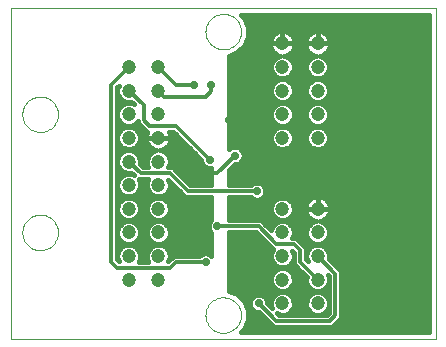
<source format=gtl>
G75*
G70*
%OFA0B0*%
%FSLAX24Y24*%
%IPPOS*%
%LPD*%
%AMOC8*
5,1,8,0,0,1.08239X$1,22.5*
%
%ADD10C,0.0000*%
%ADD11C,0.0472*%
%ADD12C,0.0160*%
%ADD13C,0.0290*%
%ADD14C,0.0120*%
%ADD15C,0.0240*%
D10*
X008003Y000181D02*
X008003Y011205D01*
X022176Y011205D01*
X022176Y000181D01*
X008003Y000181D01*
X008396Y003725D02*
X008398Y003773D01*
X008404Y003821D01*
X008414Y003868D01*
X008427Y003914D01*
X008445Y003959D01*
X008465Y004003D01*
X008490Y004045D01*
X008518Y004084D01*
X008548Y004121D01*
X008582Y004155D01*
X008619Y004187D01*
X008657Y004216D01*
X008698Y004241D01*
X008741Y004263D01*
X008786Y004281D01*
X008832Y004295D01*
X008879Y004306D01*
X008927Y004313D01*
X008975Y004316D01*
X009023Y004315D01*
X009071Y004310D01*
X009119Y004301D01*
X009165Y004289D01*
X009210Y004272D01*
X009254Y004252D01*
X009296Y004229D01*
X009336Y004202D01*
X009374Y004172D01*
X009409Y004139D01*
X009441Y004103D01*
X009471Y004065D01*
X009497Y004024D01*
X009519Y003981D01*
X009539Y003937D01*
X009554Y003892D01*
X009566Y003845D01*
X009574Y003797D01*
X009578Y003749D01*
X009578Y003701D01*
X009574Y003653D01*
X009566Y003605D01*
X009554Y003558D01*
X009539Y003513D01*
X009519Y003469D01*
X009497Y003426D01*
X009471Y003385D01*
X009441Y003347D01*
X009409Y003311D01*
X009374Y003278D01*
X009336Y003248D01*
X009296Y003221D01*
X009254Y003198D01*
X009210Y003178D01*
X009165Y003161D01*
X009119Y003149D01*
X009071Y003140D01*
X009023Y003135D01*
X008975Y003134D01*
X008927Y003137D01*
X008879Y003144D01*
X008832Y003155D01*
X008786Y003169D01*
X008741Y003187D01*
X008698Y003209D01*
X008657Y003234D01*
X008619Y003263D01*
X008582Y003295D01*
X008548Y003329D01*
X008518Y003366D01*
X008490Y003405D01*
X008465Y003447D01*
X008445Y003491D01*
X008427Y003536D01*
X008414Y003582D01*
X008404Y003629D01*
X008398Y003677D01*
X008396Y003725D01*
X008396Y007662D02*
X008398Y007710D01*
X008404Y007758D01*
X008414Y007805D01*
X008427Y007851D01*
X008445Y007896D01*
X008465Y007940D01*
X008490Y007982D01*
X008518Y008021D01*
X008548Y008058D01*
X008582Y008092D01*
X008619Y008124D01*
X008657Y008153D01*
X008698Y008178D01*
X008741Y008200D01*
X008786Y008218D01*
X008832Y008232D01*
X008879Y008243D01*
X008927Y008250D01*
X008975Y008253D01*
X009023Y008252D01*
X009071Y008247D01*
X009119Y008238D01*
X009165Y008226D01*
X009210Y008209D01*
X009254Y008189D01*
X009296Y008166D01*
X009336Y008139D01*
X009374Y008109D01*
X009409Y008076D01*
X009441Y008040D01*
X009471Y008002D01*
X009497Y007961D01*
X009519Y007918D01*
X009539Y007874D01*
X009554Y007829D01*
X009566Y007782D01*
X009574Y007734D01*
X009578Y007686D01*
X009578Y007638D01*
X009574Y007590D01*
X009566Y007542D01*
X009554Y007495D01*
X009539Y007450D01*
X009519Y007406D01*
X009497Y007363D01*
X009471Y007322D01*
X009441Y007284D01*
X009409Y007248D01*
X009374Y007215D01*
X009336Y007185D01*
X009296Y007158D01*
X009254Y007135D01*
X009210Y007115D01*
X009165Y007098D01*
X009119Y007086D01*
X009071Y007077D01*
X009023Y007072D01*
X008975Y007071D01*
X008927Y007074D01*
X008879Y007081D01*
X008832Y007092D01*
X008786Y007106D01*
X008741Y007124D01*
X008698Y007146D01*
X008657Y007171D01*
X008619Y007200D01*
X008582Y007232D01*
X008548Y007266D01*
X008518Y007303D01*
X008490Y007342D01*
X008465Y007384D01*
X008445Y007428D01*
X008427Y007473D01*
X008414Y007519D01*
X008404Y007566D01*
X008398Y007614D01*
X008396Y007662D01*
X014498Y010418D02*
X014500Y010466D01*
X014506Y010514D01*
X014516Y010561D01*
X014529Y010607D01*
X014547Y010652D01*
X014567Y010696D01*
X014592Y010738D01*
X014620Y010777D01*
X014650Y010814D01*
X014684Y010848D01*
X014721Y010880D01*
X014759Y010909D01*
X014800Y010934D01*
X014843Y010956D01*
X014888Y010974D01*
X014934Y010988D01*
X014981Y010999D01*
X015029Y011006D01*
X015077Y011009D01*
X015125Y011008D01*
X015173Y011003D01*
X015221Y010994D01*
X015267Y010982D01*
X015312Y010965D01*
X015356Y010945D01*
X015398Y010922D01*
X015438Y010895D01*
X015476Y010865D01*
X015511Y010832D01*
X015543Y010796D01*
X015573Y010758D01*
X015599Y010717D01*
X015621Y010674D01*
X015641Y010630D01*
X015656Y010585D01*
X015668Y010538D01*
X015676Y010490D01*
X015680Y010442D01*
X015680Y010394D01*
X015676Y010346D01*
X015668Y010298D01*
X015656Y010251D01*
X015641Y010206D01*
X015621Y010162D01*
X015599Y010119D01*
X015573Y010078D01*
X015543Y010040D01*
X015511Y010004D01*
X015476Y009971D01*
X015438Y009941D01*
X015398Y009914D01*
X015356Y009891D01*
X015312Y009871D01*
X015267Y009854D01*
X015221Y009842D01*
X015173Y009833D01*
X015125Y009828D01*
X015077Y009827D01*
X015029Y009830D01*
X014981Y009837D01*
X014934Y009848D01*
X014888Y009862D01*
X014843Y009880D01*
X014800Y009902D01*
X014759Y009927D01*
X014721Y009956D01*
X014684Y009988D01*
X014650Y010022D01*
X014620Y010059D01*
X014592Y010098D01*
X014567Y010140D01*
X014547Y010184D01*
X014529Y010229D01*
X014516Y010275D01*
X014506Y010322D01*
X014500Y010370D01*
X014498Y010418D01*
X014498Y000969D02*
X014500Y001017D01*
X014506Y001065D01*
X014516Y001112D01*
X014529Y001158D01*
X014547Y001203D01*
X014567Y001247D01*
X014592Y001289D01*
X014620Y001328D01*
X014650Y001365D01*
X014684Y001399D01*
X014721Y001431D01*
X014759Y001460D01*
X014800Y001485D01*
X014843Y001507D01*
X014888Y001525D01*
X014934Y001539D01*
X014981Y001550D01*
X015029Y001557D01*
X015077Y001560D01*
X015125Y001559D01*
X015173Y001554D01*
X015221Y001545D01*
X015267Y001533D01*
X015312Y001516D01*
X015356Y001496D01*
X015398Y001473D01*
X015438Y001446D01*
X015476Y001416D01*
X015511Y001383D01*
X015543Y001347D01*
X015573Y001309D01*
X015599Y001268D01*
X015621Y001225D01*
X015641Y001181D01*
X015656Y001136D01*
X015668Y001089D01*
X015676Y001041D01*
X015680Y000993D01*
X015680Y000945D01*
X015676Y000897D01*
X015668Y000849D01*
X015656Y000802D01*
X015641Y000757D01*
X015621Y000713D01*
X015599Y000670D01*
X015573Y000629D01*
X015543Y000591D01*
X015511Y000555D01*
X015476Y000522D01*
X015438Y000492D01*
X015398Y000465D01*
X015356Y000442D01*
X015312Y000422D01*
X015267Y000405D01*
X015221Y000393D01*
X015173Y000384D01*
X015125Y000379D01*
X015077Y000378D01*
X015029Y000381D01*
X014981Y000388D01*
X014934Y000399D01*
X014888Y000413D01*
X014843Y000431D01*
X014800Y000453D01*
X014759Y000478D01*
X014721Y000507D01*
X014684Y000539D01*
X014650Y000573D01*
X014620Y000610D01*
X014592Y000649D01*
X014567Y000691D01*
X014547Y000735D01*
X014529Y000780D01*
X014516Y000826D01*
X014506Y000873D01*
X014500Y000921D01*
X014498Y000969D01*
D11*
X012924Y002150D03*
X011940Y002150D03*
X011940Y002937D03*
X012924Y002937D03*
X012924Y003725D03*
X012924Y004512D03*
X011940Y004512D03*
X011940Y003725D03*
X011940Y005300D03*
X012924Y005300D03*
X012924Y006087D03*
X011940Y006087D03*
X011940Y006874D03*
X012924Y006874D03*
X012924Y007662D03*
X011940Y007662D03*
X011940Y008449D03*
X012924Y008449D03*
X012924Y009237D03*
X011940Y009237D03*
X017058Y009237D03*
X017058Y010024D03*
X018239Y010024D03*
X018239Y009237D03*
X018239Y008449D03*
X018239Y007662D03*
X018239Y006874D03*
X017058Y006874D03*
X017058Y007662D03*
X017058Y008449D03*
X017058Y004512D03*
X017058Y003725D03*
X017058Y002937D03*
X017058Y002150D03*
X017058Y001363D03*
X018239Y001363D03*
X018239Y002150D03*
X018239Y002937D03*
X018239Y003725D03*
X018239Y004512D03*
D12*
X018239Y004512D01*
X018655Y004512D01*
X018655Y004479D01*
X018645Y004415D01*
X018624Y004352D01*
X018595Y004294D01*
X018556Y004241D01*
X018510Y004195D01*
X018457Y004156D01*
X018399Y004126D01*
X018336Y004106D01*
X018303Y004101D01*
X018314Y004101D01*
X018452Y004044D01*
X018558Y003938D01*
X018615Y003800D01*
X018615Y003650D01*
X018558Y003512D01*
X018452Y003406D01*
X018314Y003349D01*
X018164Y003349D01*
X018026Y003406D01*
X017920Y003512D01*
X017863Y003650D01*
X017863Y003800D01*
X017920Y003938D01*
X018026Y004044D01*
X018164Y004101D01*
X018174Y004101D01*
X018141Y004106D01*
X018079Y004126D01*
X018021Y004156D01*
X017968Y004195D01*
X017921Y004241D01*
X017883Y004294D01*
X017853Y004352D01*
X017833Y004415D01*
X017823Y004479D01*
X017823Y004512D01*
X018238Y004512D01*
X018238Y004512D01*
X017823Y004512D01*
X017823Y004545D01*
X017833Y004610D01*
X017853Y004672D01*
X017883Y004730D01*
X017921Y004783D01*
X017968Y004830D01*
X018021Y004868D01*
X018079Y004898D01*
X018141Y004918D01*
X018206Y004928D01*
X018239Y004928D01*
X018239Y004513D01*
X018239Y004513D01*
X018239Y004928D01*
X018271Y004928D01*
X018336Y004918D01*
X018399Y004898D01*
X018457Y004868D01*
X018510Y004830D01*
X018556Y004783D01*
X018595Y004730D01*
X018624Y004672D01*
X018645Y004610D01*
X018655Y004545D01*
X018655Y004512D01*
X018239Y004512D01*
X018239Y004621D02*
X018239Y004621D01*
X018239Y004779D02*
X018239Y004779D01*
X018559Y004779D02*
X021946Y004779D01*
X021946Y004621D02*
X018641Y004621D01*
X018652Y004462D02*
X021946Y004462D01*
X021946Y004304D02*
X018600Y004304D01*
X018435Y004145D02*
X021946Y004145D01*
X021946Y003986D02*
X018509Y003986D01*
X018603Y003828D02*
X021946Y003828D01*
X021946Y003669D02*
X018615Y003669D01*
X018557Y003511D02*
X021946Y003511D01*
X021946Y003352D02*
X018323Y003352D01*
X018314Y003314D02*
X018164Y003314D01*
X018026Y003256D01*
X017920Y003150D01*
X017863Y003012D01*
X017863Y002862D01*
X017900Y002771D01*
X017848Y002823D01*
X017848Y003051D01*
X017848Y003217D01*
X017651Y003414D01*
X017534Y003531D01*
X017385Y003531D01*
X017434Y003650D01*
X017434Y003800D01*
X017377Y003938D01*
X017271Y004044D01*
X017132Y004101D01*
X016983Y004101D01*
X016845Y004044D01*
X016739Y003938D01*
X016681Y003800D01*
X016681Y003793D01*
X016470Y004004D01*
X016353Y004122D01*
X015286Y004122D01*
X015286Y004903D01*
X016008Y004903D01*
X016050Y004861D01*
X016154Y004818D01*
X016268Y004818D01*
X016373Y004861D01*
X016453Y004941D01*
X016496Y005046D01*
X016496Y005159D01*
X016453Y005264D01*
X016373Y005344D01*
X016268Y005388D01*
X016154Y005388D01*
X016050Y005344D01*
X016008Y005303D01*
X015286Y005303D01*
X015286Y005804D01*
X015481Y005999D01*
X015540Y005999D01*
X015644Y006042D01*
X015724Y006122D01*
X015768Y006227D01*
X015768Y006340D01*
X015724Y006445D01*
X015644Y006525D01*
X015540Y006569D01*
X015426Y006569D01*
X015321Y006525D01*
X015286Y006490D01*
X015286Y009611D01*
X015554Y009722D01*
X015785Y009953D01*
X015910Y010254D01*
X015910Y010581D01*
X015785Y010882D01*
X015692Y010975D01*
X021946Y010975D01*
X021946Y000411D01*
X015692Y000411D01*
X015785Y000504D01*
X015910Y000806D01*
X015910Y001132D01*
X015785Y001434D01*
X015554Y001664D01*
X015286Y001775D01*
X015286Y003722D01*
X016187Y003722D01*
X016749Y003160D01*
X016739Y003150D01*
X016681Y003012D01*
X016681Y002862D01*
X016739Y002724D01*
X016845Y002618D01*
X016983Y002561D01*
X017132Y002561D01*
X017271Y002618D01*
X017377Y002724D01*
X017434Y002862D01*
X017434Y003012D01*
X017396Y003104D01*
X017448Y003051D01*
X017448Y002658D01*
X017565Y002540D01*
X017868Y002238D01*
X017863Y002225D01*
X017863Y002075D01*
X017920Y001937D01*
X018026Y001831D01*
X018164Y001774D01*
X018314Y001774D01*
X018452Y001831D01*
X018558Y001937D01*
X018615Y002075D01*
X018615Y002225D01*
X018577Y002316D01*
X018629Y002264D01*
X018629Y001052D01*
X018550Y000972D01*
X016944Y000972D01*
X016891Y001024D01*
X016983Y000986D01*
X017132Y000986D01*
X017271Y001044D01*
X017377Y001149D01*
X017434Y001288D01*
X017434Y001437D01*
X017377Y001576D01*
X017271Y001681D01*
X017132Y001739D01*
X016983Y001739D01*
X016845Y001681D01*
X016739Y001576D01*
X016681Y001437D01*
X016681Y001288D01*
X016719Y001196D01*
X016555Y001360D01*
X016555Y001419D01*
X016512Y001524D01*
X016432Y001604D01*
X016327Y001647D01*
X016214Y001647D01*
X016109Y001604D01*
X016029Y001524D01*
X015985Y001419D01*
X015985Y001306D01*
X016029Y001201D01*
X016109Y001121D01*
X016214Y001078D01*
X016272Y001078D01*
X016778Y000572D01*
X016944Y000572D01*
X018715Y000572D01*
X018832Y000689D01*
X019029Y000886D01*
X019029Y001052D01*
X019029Y002430D01*
X018912Y002547D01*
X018609Y002849D01*
X018615Y002862D01*
X018615Y003012D01*
X018558Y003150D01*
X018452Y003256D01*
X018314Y003314D01*
X018155Y003352D02*
X017713Y003352D01*
X017848Y003194D02*
X017963Y003194D01*
X017872Y003035D02*
X017848Y003035D01*
X017848Y002877D02*
X017863Y002877D01*
X017448Y002877D02*
X017434Y002877D01*
X017424Y003035D02*
X017448Y003035D01*
X017448Y002718D02*
X017370Y002718D01*
X017546Y002560D02*
X015286Y002560D01*
X015286Y002718D02*
X016745Y002718D01*
X016681Y002877D02*
X015286Y002877D01*
X015286Y003035D02*
X016691Y003035D01*
X016715Y003194D02*
X015286Y003194D01*
X015286Y003352D02*
X016557Y003352D01*
X016398Y003511D02*
X015286Y003511D01*
X015286Y003669D02*
X016240Y003669D01*
X016488Y003986D02*
X016787Y003986D01*
X016693Y003828D02*
X016647Y003828D01*
X016845Y004193D02*
X016983Y004136D01*
X017132Y004136D01*
X017271Y004193D01*
X017377Y004299D01*
X017434Y004437D01*
X017434Y004587D01*
X017377Y004725D01*
X017271Y004831D01*
X017132Y004888D01*
X016983Y004888D01*
X016845Y004831D01*
X016739Y004725D01*
X016681Y004587D01*
X016681Y004437D01*
X016739Y004299D01*
X016845Y004193D01*
X016961Y004145D02*
X015286Y004145D01*
X015286Y004304D02*
X016737Y004304D01*
X016681Y004462D02*
X015286Y004462D01*
X015286Y004621D02*
X016695Y004621D01*
X016793Y004779D02*
X015286Y004779D01*
X014695Y004779D02*
X013189Y004779D01*
X013137Y004831D02*
X012999Y004888D01*
X012849Y004888D01*
X012711Y004831D01*
X012605Y004725D01*
X012548Y004587D01*
X012548Y004437D01*
X012605Y004299D01*
X012711Y004193D01*
X012849Y004136D01*
X012999Y004136D01*
X013137Y004193D01*
X013243Y004299D01*
X013300Y004437D01*
X013300Y004587D01*
X013243Y004725D01*
X013137Y004831D01*
X013033Y004938D02*
X013790Y004938D01*
X013825Y004903D02*
X013991Y004903D01*
X014695Y004903D01*
X014695Y004128D01*
X014651Y004083D01*
X014607Y003978D01*
X014607Y003865D01*
X014651Y003760D01*
X014695Y003715D01*
X014695Y002947D01*
X014660Y002982D01*
X014555Y003025D01*
X014442Y003025D01*
X014337Y002982D01*
X014296Y002940D01*
X013597Y002940D01*
X013431Y002940D01*
X013262Y002771D01*
X013300Y002862D01*
X013300Y003012D01*
X013243Y003150D01*
X013137Y003256D01*
X012999Y003314D01*
X012849Y003314D01*
X012711Y003256D01*
X012605Y003150D01*
X012548Y003012D01*
X012548Y002862D01*
X012597Y002744D01*
X012266Y002744D01*
X012316Y002862D01*
X012316Y003012D01*
X012258Y003150D01*
X012153Y003256D01*
X012014Y003314D01*
X011865Y003314D01*
X011726Y003256D01*
X011621Y003150D01*
X011563Y003012D01*
X011563Y002862D01*
X011601Y002771D01*
X011549Y002823D01*
X011549Y008563D01*
X011601Y008615D01*
X011563Y008524D01*
X011563Y008374D01*
X011621Y008236D01*
X011726Y008130D01*
X011865Y008073D01*
X012014Y008073D01*
X012027Y008078D01*
X012106Y008000D01*
X012014Y008038D01*
X011865Y008038D01*
X011726Y007981D01*
X011621Y007875D01*
X011563Y007737D01*
X011563Y007587D01*
X011621Y007449D01*
X011726Y007343D01*
X011865Y007286D01*
X012014Y007286D01*
X012153Y007343D01*
X012232Y007422D01*
X012232Y007382D01*
X012349Y007265D01*
X012546Y007068D01*
X012555Y007068D01*
X012538Y007034D01*
X012518Y006972D01*
X012508Y006907D01*
X012508Y006874D01*
X012508Y006842D01*
X012518Y006777D01*
X012538Y006715D01*
X012568Y006656D01*
X012606Y006603D01*
X012653Y006557D01*
X012706Y006518D01*
X012764Y006489D01*
X012826Y006468D01*
X012860Y006463D01*
X012849Y006463D01*
X012711Y006406D01*
X012605Y006300D01*
X012548Y006162D01*
X012548Y006012D01*
X012597Y005893D01*
X012416Y005893D01*
X012310Y005999D01*
X012316Y006012D01*
X012316Y006162D01*
X012258Y006300D01*
X012153Y006406D01*
X012014Y006463D01*
X011865Y006463D01*
X011726Y006406D01*
X011621Y006300D01*
X011563Y006162D01*
X011563Y006012D01*
X011621Y005874D01*
X011726Y005768D01*
X011865Y005711D01*
X012014Y005711D01*
X012027Y005716D01*
X012106Y005638D01*
X012014Y005676D01*
X011865Y005676D01*
X011726Y005618D01*
X011621Y005513D01*
X011563Y005374D01*
X011563Y005225D01*
X011621Y005086D01*
X011726Y004981D01*
X011865Y004923D01*
X012014Y004923D01*
X012153Y004981D01*
X012258Y005086D01*
X012316Y005225D01*
X012316Y005374D01*
X012266Y005493D01*
X012416Y005493D01*
X012597Y005493D01*
X012548Y005374D01*
X012548Y005225D01*
X012605Y005086D01*
X012711Y004981D01*
X012849Y004923D01*
X012999Y004923D01*
X013137Y004981D01*
X013243Y005086D01*
X013300Y005225D01*
X013300Y005374D01*
X013262Y005466D01*
X013825Y004903D01*
X013632Y005096D02*
X013247Y005096D01*
X013300Y005255D02*
X013473Y005255D01*
X013314Y005413D02*
X013284Y005413D01*
X013563Y005730D02*
X014695Y005730D01*
X014693Y005861D02*
X014695Y005862D01*
X014695Y005303D01*
X013991Y005303D01*
X013517Y005776D01*
X013400Y005893D01*
X013251Y005893D01*
X013300Y006012D01*
X013300Y006162D01*
X013243Y006300D01*
X013137Y006406D01*
X012999Y006463D01*
X012988Y006463D01*
X013021Y006468D01*
X013084Y006489D01*
X013142Y006518D01*
X013195Y006557D01*
X013241Y006603D01*
X013280Y006656D01*
X013309Y006715D01*
X013330Y006777D01*
X013340Y006842D01*
X013340Y006874D01*
X012924Y006874D01*
X012924Y006874D01*
X013340Y006874D01*
X013340Y006907D01*
X013330Y006972D01*
X013309Y007034D01*
X013292Y007068D01*
X013431Y007068D01*
X014351Y006148D01*
X014351Y006089D01*
X014395Y005985D01*
X014475Y005904D01*
X014580Y005861D01*
X014693Y005861D01*
X014512Y005889D02*
X013405Y005889D01*
X013517Y005776D02*
X013517Y005776D01*
X013722Y005572D02*
X014695Y005572D01*
X014695Y005413D02*
X013880Y005413D01*
X014369Y006048D02*
X013300Y006048D01*
X013282Y006206D02*
X014293Y006206D01*
X014135Y006365D02*
X013178Y006365D01*
X013149Y006523D02*
X013976Y006523D01*
X013818Y006682D02*
X013293Y006682D01*
X013340Y006840D02*
X013659Y006840D01*
X013501Y006999D02*
X013321Y006999D01*
X012923Y006874D02*
X012923Y006874D01*
X012508Y006874D01*
X012923Y006874D01*
X012555Y006682D02*
X012267Y006682D01*
X012258Y006661D02*
X012316Y006799D01*
X012316Y006949D01*
X012258Y007087D01*
X012153Y007193D01*
X012014Y007251D01*
X011865Y007251D01*
X011726Y007193D01*
X011621Y007087D01*
X011563Y006949D01*
X011563Y006799D01*
X011621Y006661D01*
X011726Y006555D01*
X011865Y006498D01*
X012014Y006498D01*
X012153Y006555D01*
X012258Y006661D01*
X012316Y006840D02*
X012508Y006840D01*
X012527Y006999D02*
X012295Y006999D01*
X012189Y007157D02*
X012456Y007157D01*
X012298Y007316D02*
X012088Y007316D01*
X011791Y007316D02*
X011549Y007316D01*
X011549Y007474D02*
X011610Y007474D01*
X011563Y007633D02*
X011549Y007633D01*
X011549Y007791D02*
X011586Y007791D01*
X011549Y007950D02*
X011696Y007950D01*
X011779Y008109D02*
X011549Y008109D01*
X011549Y008267D02*
X011608Y008267D01*
X011563Y008426D02*
X011549Y008426D01*
X011570Y008584D02*
X011588Y008584D01*
X011549Y007157D02*
X011691Y007157D01*
X011584Y006999D02*
X011549Y006999D01*
X011549Y006840D02*
X011563Y006840D01*
X011549Y006682D02*
X011612Y006682D01*
X011549Y006523D02*
X011804Y006523D01*
X011685Y006365D02*
X011549Y006365D01*
X011549Y006206D02*
X011582Y006206D01*
X011563Y006048D02*
X011549Y006048D01*
X011549Y005889D02*
X011614Y005889D01*
X011549Y005730D02*
X011817Y005730D01*
X011680Y005572D02*
X011549Y005572D01*
X011549Y005413D02*
X011579Y005413D01*
X011563Y005255D02*
X011549Y005255D01*
X011549Y005096D02*
X011616Y005096D01*
X011549Y004938D02*
X011830Y004938D01*
X011865Y004888D02*
X011726Y004831D01*
X011621Y004725D01*
X011563Y004587D01*
X011563Y004437D01*
X011621Y004299D01*
X011726Y004193D01*
X011865Y004136D01*
X012014Y004136D01*
X012153Y004193D01*
X012258Y004299D01*
X012316Y004437D01*
X012316Y004587D01*
X012258Y004725D01*
X012153Y004831D01*
X012014Y004888D01*
X011865Y004888D01*
X012049Y004938D02*
X012814Y004938D01*
X012659Y004779D02*
X012204Y004779D01*
X012302Y004621D02*
X012562Y004621D01*
X012548Y004462D02*
X012316Y004462D01*
X012260Y004304D02*
X012603Y004304D01*
X012827Y004145D02*
X012036Y004145D01*
X012014Y004101D02*
X011865Y004101D01*
X011726Y004044D01*
X011621Y003938D01*
X011563Y003800D01*
X011563Y003650D01*
X011621Y003512D01*
X011726Y003406D01*
X011865Y003349D01*
X012014Y003349D01*
X012153Y003406D01*
X012258Y003512D01*
X012316Y003650D01*
X012316Y003800D01*
X012258Y003938D01*
X012153Y004044D01*
X012014Y004101D01*
X011843Y004145D02*
X011549Y004145D01*
X011549Y003986D02*
X011669Y003986D01*
X011575Y003828D02*
X011549Y003828D01*
X011549Y003669D02*
X011563Y003669D01*
X011549Y003511D02*
X011621Y003511D01*
X011549Y003352D02*
X011856Y003352D01*
X012023Y003352D02*
X012840Y003352D01*
X012849Y003349D02*
X012999Y003349D01*
X013137Y003406D01*
X013243Y003512D01*
X013300Y003650D01*
X013300Y003800D01*
X013243Y003938D01*
X013137Y004044D01*
X012999Y004101D01*
X012849Y004101D01*
X012711Y004044D01*
X012605Y003938D01*
X012548Y003800D01*
X012548Y003650D01*
X012605Y003512D01*
X012711Y003406D01*
X012849Y003349D01*
X013008Y003352D02*
X014695Y003352D01*
X014695Y003194D02*
X013199Y003194D01*
X013290Y003035D02*
X014695Y003035D01*
X014695Y003511D02*
X013242Y003511D01*
X013300Y003669D02*
X014695Y003669D01*
X014623Y003828D02*
X013288Y003828D01*
X013194Y003986D02*
X014611Y003986D01*
X014695Y004145D02*
X013021Y004145D01*
X013245Y004304D02*
X014695Y004304D01*
X014695Y004462D02*
X013300Y004462D01*
X013286Y004621D02*
X014695Y004621D01*
X015286Y005413D02*
X021946Y005413D01*
X021946Y005255D02*
X016457Y005255D01*
X016496Y005096D02*
X021946Y005096D01*
X021946Y004938D02*
X016449Y004938D01*
X017323Y004779D02*
X017918Y004779D01*
X017836Y004621D02*
X017420Y004621D01*
X017434Y004462D02*
X017825Y004462D01*
X017878Y004304D02*
X017378Y004304D01*
X017154Y004145D02*
X018042Y004145D01*
X017968Y003986D02*
X017328Y003986D01*
X017422Y003828D02*
X017874Y003828D01*
X017863Y003669D02*
X017434Y003669D01*
X017554Y003511D02*
X017921Y003511D01*
X018514Y003194D02*
X021946Y003194D01*
X021946Y003035D02*
X018605Y003035D01*
X018615Y002877D02*
X021946Y002877D01*
X021946Y002718D02*
X018741Y002718D01*
X018899Y002560D02*
X021946Y002560D01*
X021946Y002401D02*
X019029Y002401D01*
X019029Y002242D02*
X021946Y002242D01*
X021946Y002084D02*
X019029Y002084D01*
X019029Y001925D02*
X021946Y001925D01*
X021946Y001767D02*
X019029Y001767D01*
X019029Y001608D02*
X021946Y001608D01*
X021946Y001450D02*
X019029Y001450D01*
X019029Y001291D02*
X021946Y001291D01*
X021946Y001133D02*
X019029Y001133D01*
X019029Y000974D02*
X021946Y000974D01*
X021946Y000816D02*
X018959Y000816D01*
X018800Y000657D02*
X021946Y000657D01*
X021946Y000499D02*
X015779Y000499D01*
X015848Y000657D02*
X016693Y000657D01*
X016534Y000816D02*
X015910Y000816D01*
X015910Y000974D02*
X016376Y000974D01*
X016624Y001291D02*
X016681Y001291D01*
X016687Y001450D02*
X016543Y001450D01*
X016421Y001608D02*
X016771Y001608D01*
X016845Y001831D02*
X016983Y001774D01*
X017132Y001774D01*
X017271Y001831D01*
X017377Y001937D01*
X017434Y002075D01*
X017434Y002225D01*
X017377Y002363D01*
X017271Y002469D01*
X017132Y002526D01*
X016983Y002526D01*
X016845Y002469D01*
X016739Y002363D01*
X016681Y002225D01*
X016681Y002075D01*
X016739Y001937D01*
X016845Y001831D01*
X016750Y001925D02*
X015286Y001925D01*
X015286Y002084D02*
X016681Y002084D01*
X016689Y002242D02*
X015286Y002242D01*
X015286Y002401D02*
X016777Y002401D01*
X017339Y002401D02*
X017705Y002401D01*
X017863Y002242D02*
X017426Y002242D01*
X017434Y002084D02*
X017863Y002084D01*
X017931Y001925D02*
X017365Y001925D01*
X017344Y001608D02*
X017953Y001608D01*
X017920Y001576D02*
X017863Y001437D01*
X017863Y001288D01*
X017920Y001149D01*
X018026Y001044D01*
X018164Y000986D01*
X018314Y000986D01*
X018452Y001044D01*
X018558Y001149D01*
X018615Y001288D01*
X018615Y001437D01*
X018558Y001576D01*
X018452Y001681D01*
X018314Y001739D01*
X018164Y001739D01*
X018026Y001681D01*
X017920Y001576D01*
X017868Y001450D02*
X017429Y001450D01*
X017434Y001291D02*
X017863Y001291D01*
X017937Y001133D02*
X017360Y001133D01*
X016941Y000974D02*
X018552Y000974D01*
X018541Y001133D02*
X018629Y001133D01*
X018615Y001291D02*
X018629Y001291D01*
X018629Y001450D02*
X018610Y001450D01*
X018629Y001608D02*
X018525Y001608D01*
X018629Y001767D02*
X015307Y001767D01*
X015610Y001608D02*
X016119Y001608D01*
X015998Y001450D02*
X015769Y001450D01*
X015844Y001291D02*
X015991Y001291D01*
X015909Y001133D02*
X016097Y001133D01*
X018546Y001925D02*
X018629Y001925D01*
X018615Y002084D02*
X018629Y002084D01*
X018629Y002242D02*
X018608Y002242D01*
X015286Y005572D02*
X021946Y005572D01*
X021946Y005730D02*
X015286Y005730D01*
X015371Y005889D02*
X021946Y005889D01*
X021946Y006048D02*
X015650Y006048D01*
X015759Y006206D02*
X021946Y006206D01*
X021946Y006365D02*
X015758Y006365D01*
X015646Y006523D02*
X016922Y006523D01*
X016983Y006498D02*
X017132Y006498D01*
X017271Y006555D01*
X017377Y006661D01*
X017434Y006799D01*
X017434Y006949D01*
X017377Y007087D01*
X017271Y007193D01*
X017132Y007251D01*
X016983Y007251D01*
X016845Y007193D01*
X016739Y007087D01*
X016681Y006949D01*
X016681Y006799D01*
X016739Y006661D01*
X016845Y006555D01*
X016983Y006498D01*
X017193Y006523D02*
X018103Y006523D01*
X018164Y006498D02*
X018026Y006555D01*
X017920Y006661D01*
X017863Y006799D01*
X017863Y006949D01*
X017920Y007087D01*
X018026Y007193D01*
X018164Y007251D01*
X018314Y007251D01*
X018452Y007193D01*
X018558Y007087D01*
X018615Y006949D01*
X018615Y006799D01*
X018558Y006661D01*
X018452Y006555D01*
X018314Y006498D01*
X018164Y006498D01*
X018374Y006523D02*
X021946Y006523D01*
X021946Y006682D02*
X018566Y006682D01*
X018615Y006840D02*
X021946Y006840D01*
X021946Y006999D02*
X018594Y006999D01*
X018488Y007157D02*
X021946Y007157D01*
X021946Y007316D02*
X018387Y007316D01*
X018452Y007343D02*
X018558Y007449D01*
X018615Y007587D01*
X018615Y007737D01*
X018558Y007875D01*
X018452Y007981D01*
X018314Y008038D01*
X018164Y008038D01*
X018026Y007981D01*
X017920Y007875D01*
X017863Y007737D01*
X017863Y007587D01*
X017920Y007449D01*
X018026Y007343D01*
X018164Y007286D01*
X018314Y007286D01*
X018452Y007343D01*
X018568Y007474D02*
X021946Y007474D01*
X021946Y007633D02*
X018615Y007633D01*
X018592Y007791D02*
X021946Y007791D01*
X021946Y007950D02*
X018482Y007950D01*
X018400Y008109D02*
X021946Y008109D01*
X021946Y008267D02*
X018571Y008267D01*
X018558Y008236D02*
X018615Y008374D01*
X018615Y008524D01*
X018558Y008662D01*
X018452Y008768D01*
X018314Y008825D01*
X018164Y008825D01*
X018026Y008768D01*
X017920Y008662D01*
X017863Y008524D01*
X017863Y008374D01*
X017920Y008236D01*
X018026Y008130D01*
X018164Y008073D01*
X018314Y008073D01*
X018452Y008130D01*
X018558Y008236D01*
X018615Y008426D02*
X021946Y008426D01*
X021946Y008584D02*
X018590Y008584D01*
X018477Y008743D02*
X021946Y008743D01*
X021946Y008901D02*
X018412Y008901D01*
X018452Y008918D02*
X018558Y009023D01*
X018615Y009162D01*
X018615Y009311D01*
X018558Y009450D01*
X018452Y009555D01*
X018314Y009613D01*
X018303Y009613D01*
X018336Y009618D01*
X018399Y009638D01*
X018457Y009668D01*
X018510Y009706D01*
X018556Y009753D01*
X018595Y009806D01*
X018624Y009864D01*
X018645Y009926D01*
X018655Y009991D01*
X018655Y010024D01*
X018655Y010057D01*
X018645Y010121D01*
X018624Y010184D01*
X018595Y010242D01*
X018556Y010295D01*
X018510Y010341D01*
X018457Y010380D01*
X018399Y010410D01*
X018336Y010430D01*
X018271Y010440D01*
X018239Y010440D01*
X018239Y010024D01*
X018655Y010024D01*
X018239Y010024D01*
X018239Y010024D01*
X018239Y010024D01*
X018239Y010440D01*
X018206Y010440D01*
X018141Y010430D01*
X018079Y010410D01*
X018021Y010380D01*
X017968Y010341D01*
X017921Y010295D01*
X017883Y010242D01*
X017853Y010184D01*
X017833Y010121D01*
X017823Y010057D01*
X017823Y010024D01*
X018238Y010024D01*
X018238Y010024D01*
X017823Y010024D01*
X017823Y009991D01*
X017833Y009926D01*
X017853Y009864D01*
X017883Y009806D01*
X017921Y009753D01*
X017968Y009706D01*
X018021Y009668D01*
X018079Y009638D01*
X018141Y009618D01*
X018175Y009613D01*
X018164Y009613D01*
X018026Y009555D01*
X017920Y009450D01*
X017863Y009311D01*
X017863Y009162D01*
X017920Y009023D01*
X018026Y008918D01*
X018164Y008860D01*
X018314Y008860D01*
X018452Y008918D01*
X018573Y009060D02*
X021946Y009060D01*
X021946Y009218D02*
X018615Y009218D01*
X018588Y009377D02*
X021946Y009377D01*
X021946Y009535D02*
X018472Y009535D01*
X018493Y009694D02*
X021946Y009694D01*
X021946Y009853D02*
X018619Y009853D01*
X018655Y010011D02*
X021946Y010011D01*
X021946Y010170D02*
X018629Y010170D01*
X018523Y010328D02*
X021946Y010328D01*
X021946Y010487D02*
X015910Y010487D01*
X015910Y010328D02*
X016773Y010328D01*
X016786Y010341D02*
X016740Y010295D01*
X016702Y010242D01*
X016672Y010184D01*
X016652Y010121D01*
X016641Y010057D01*
X016641Y010024D01*
X017057Y010024D01*
X017057Y010024D01*
X016641Y010024D01*
X016641Y009991D01*
X016652Y009926D01*
X016672Y009864D01*
X016702Y009806D01*
X016740Y009753D01*
X016786Y009706D01*
X016839Y009668D01*
X016898Y009638D01*
X016960Y009618D01*
X016993Y009613D01*
X016983Y009613D01*
X016845Y009555D01*
X016739Y009450D01*
X016681Y009311D01*
X016681Y009162D01*
X016739Y009023D01*
X016845Y008918D01*
X016983Y008860D01*
X017132Y008860D01*
X017271Y008918D01*
X017377Y009023D01*
X017434Y009162D01*
X017434Y009311D01*
X017377Y009450D01*
X017271Y009555D01*
X017132Y009613D01*
X017122Y009613D01*
X017155Y009618D01*
X017217Y009638D01*
X017276Y009668D01*
X017329Y009706D01*
X017375Y009753D01*
X017414Y009806D01*
X017443Y009864D01*
X017464Y009926D01*
X017474Y009991D01*
X017474Y010024D01*
X017474Y010057D01*
X017464Y010121D01*
X017443Y010184D01*
X017414Y010242D01*
X017375Y010295D01*
X017329Y010341D01*
X017276Y010380D01*
X017217Y010410D01*
X017155Y010430D01*
X017090Y010440D01*
X017058Y010440D01*
X017058Y010024D01*
X017474Y010024D01*
X017058Y010024D01*
X017058Y010024D01*
X017057Y010024D01*
X017057Y010440D01*
X017025Y010440D01*
X016960Y010430D01*
X016898Y010410D01*
X016839Y010380D01*
X016786Y010341D01*
X016667Y010170D02*
X015875Y010170D01*
X015809Y010011D02*
X016641Y010011D01*
X016678Y009853D02*
X015684Y009853D01*
X015486Y009694D02*
X016804Y009694D01*
X016825Y009535D02*
X015286Y009535D01*
X015286Y009377D02*
X016709Y009377D01*
X016681Y009218D02*
X015286Y009218D01*
X015286Y009060D02*
X016724Y009060D01*
X016884Y008901D02*
X015286Y008901D01*
X015286Y008743D02*
X016819Y008743D01*
X016845Y008768D02*
X016739Y008662D01*
X016681Y008524D01*
X016681Y008374D01*
X016739Y008236D01*
X016845Y008130D01*
X016983Y008073D01*
X017132Y008073D01*
X017271Y008130D01*
X017377Y008236D01*
X017434Y008374D01*
X017434Y008524D01*
X017377Y008662D01*
X017271Y008768D01*
X017132Y008825D01*
X016983Y008825D01*
X016845Y008768D01*
X016706Y008584D02*
X015286Y008584D01*
X015286Y008426D02*
X016681Y008426D01*
X016726Y008267D02*
X015286Y008267D01*
X015286Y008109D02*
X016897Y008109D01*
X016983Y008038D02*
X016845Y007981D01*
X016739Y007875D01*
X016681Y007737D01*
X016681Y007587D01*
X016739Y007449D01*
X016845Y007343D01*
X016983Y007286D01*
X017132Y007286D01*
X017271Y007343D01*
X017377Y007449D01*
X017434Y007587D01*
X017434Y007737D01*
X017377Y007875D01*
X017271Y007981D01*
X017132Y008038D01*
X016983Y008038D01*
X016814Y007950D02*
X015286Y007950D01*
X015286Y007791D02*
X016704Y007791D01*
X016681Y007633D02*
X015286Y007633D01*
X015286Y007474D02*
X016728Y007474D01*
X016909Y007316D02*
X015286Y007316D01*
X015286Y007157D02*
X016809Y007157D01*
X016702Y006999D02*
X015286Y006999D01*
X015286Y006840D02*
X016681Y006840D01*
X016730Y006682D02*
X015286Y006682D01*
X015286Y006523D02*
X015319Y006523D01*
X017206Y007316D02*
X018091Y007316D01*
X017990Y007157D02*
X017307Y007157D01*
X017413Y006999D02*
X017883Y006999D01*
X017863Y006840D02*
X017434Y006840D01*
X017385Y006682D02*
X017911Y006682D01*
X017909Y007474D02*
X017387Y007474D01*
X017434Y007633D02*
X017863Y007633D01*
X017885Y007791D02*
X017411Y007791D01*
X017301Y007950D02*
X017995Y007950D01*
X018078Y008109D02*
X017219Y008109D01*
X017389Y008267D02*
X017907Y008267D01*
X017863Y008426D02*
X017434Y008426D01*
X017409Y008584D02*
X017888Y008584D01*
X018000Y008743D02*
X017296Y008743D01*
X017231Y008901D02*
X018065Y008901D01*
X017905Y009060D02*
X017392Y009060D01*
X017434Y009218D02*
X017863Y009218D01*
X017890Y009377D02*
X017407Y009377D01*
X017291Y009535D02*
X018006Y009535D01*
X017985Y009694D02*
X017312Y009694D01*
X017437Y009853D02*
X017859Y009853D01*
X017823Y010011D02*
X017474Y010011D01*
X017448Y010170D02*
X017848Y010170D01*
X017954Y010328D02*
X017342Y010328D01*
X017058Y010328D02*
X017057Y010328D01*
X017057Y010170D02*
X017058Y010170D01*
X018239Y010170D02*
X018239Y010170D01*
X018239Y010328D02*
X018239Y010328D01*
X015883Y010645D02*
X021946Y010645D01*
X021946Y010804D02*
X015817Y010804D01*
X015705Y010962D02*
X021946Y010962D01*
X012699Y006523D02*
X012075Y006523D01*
X012194Y006365D02*
X012669Y006365D01*
X012566Y006206D02*
X012297Y006206D01*
X012316Y006048D02*
X012548Y006048D01*
X012564Y005413D02*
X012300Y005413D01*
X012316Y005255D02*
X012548Y005255D01*
X012601Y005096D02*
X012262Y005096D01*
X011675Y004779D02*
X011549Y004779D01*
X011549Y004621D02*
X011577Y004621D01*
X011563Y004462D02*
X011549Y004462D01*
X011549Y004304D02*
X011619Y004304D01*
X012210Y003986D02*
X012654Y003986D01*
X012559Y003828D02*
X012304Y003828D01*
X012316Y003669D02*
X012548Y003669D01*
X012606Y003511D02*
X012258Y003511D01*
X012215Y003194D02*
X012648Y003194D01*
X012557Y003035D02*
X012306Y003035D01*
X012316Y002877D02*
X012548Y002877D01*
X013300Y002877D02*
X013368Y002877D01*
X011664Y003194D02*
X011549Y003194D01*
X011549Y003035D02*
X011573Y003035D01*
X011563Y002877D02*
X011549Y002877D01*
D13*
X013908Y003803D03*
X014892Y003922D03*
X016211Y005103D03*
X015483Y006284D03*
X014636Y006146D03*
X015286Y007465D03*
X014695Y008646D03*
X014105Y008646D03*
X014499Y002740D03*
X016270Y001363D03*
D14*
X016861Y000772D01*
X018632Y000772D01*
X018829Y000969D01*
X018829Y002347D01*
X018239Y002937D01*
X017648Y003134D02*
X017648Y002740D01*
X018239Y002150D01*
X017648Y003134D02*
X017451Y003331D01*
X016861Y003331D01*
X016270Y003922D01*
X014892Y003922D01*
X013908Y003803D02*
X013908Y003725D01*
X013514Y002740D02*
X013317Y002544D01*
X011546Y002544D01*
X011349Y002740D01*
X011349Y008646D01*
X011940Y009237D01*
X012924Y009237D02*
X013514Y008646D01*
X014105Y008646D01*
X014499Y008252D02*
X014695Y008449D01*
X014695Y008646D01*
X014499Y008252D02*
X013121Y008252D01*
X012924Y008449D01*
X012432Y007957D02*
X011940Y008449D01*
X012432Y007957D02*
X012432Y007465D01*
X012629Y007268D01*
X013514Y007268D01*
X014636Y006146D01*
X014499Y005693D02*
X014892Y005693D01*
X015483Y006284D01*
X016211Y005103D02*
X013908Y005103D01*
X013317Y005693D01*
X012333Y005693D01*
X011940Y006087D01*
X013514Y002740D02*
X014499Y002740D01*
D15*
X015286Y007465D02*
X015483Y007465D01*
M02*

</source>
